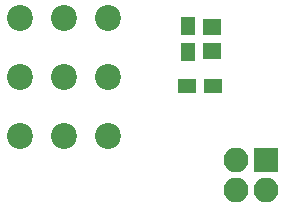
<source format=gbs>
G04 #@! TF.FileFunction,Soldermask,Bot*
%FSLAX46Y46*%
G04 Gerber Fmt 4.6, Leading zero omitted, Abs format (unit mm)*
G04 Created by KiCad (PCBNEW 4.0.4-1.fc24-product) date Tue Jun 12 13:21:53 2018*
%MOMM*%
%LPD*%
G01*
G04 APERTURE LIST*
%ADD10C,0.100000*%
%ADD11R,1.650000X1.400000*%
%ADD12R,1.600000X1.300000*%
%ADD13R,1.300000X1.600000*%
%ADD14R,2.100000X2.100000*%
%ADD15O,2.100000X2.100000*%
%ADD16C,2.200000*%
G04 APERTURE END LIST*
D10*
D11*
X148000000Y-86800000D03*
X148000000Y-84800000D03*
D12*
X148100000Y-89800000D03*
X145900000Y-89800000D03*
D13*
X146000000Y-86900000D03*
X146000000Y-84700000D03*
D14*
X152600000Y-96000000D03*
D15*
X150060000Y-96000000D03*
X152600000Y-98540000D03*
X150060000Y-98540000D03*
D16*
X139250000Y-84000000D03*
X135500000Y-84000000D03*
X131750000Y-84000000D03*
X139250000Y-89000000D03*
X135500000Y-89000000D03*
X131750000Y-89000000D03*
X131750000Y-94000000D03*
X135500000Y-94000000D03*
X139250000Y-94000000D03*
M02*

</source>
